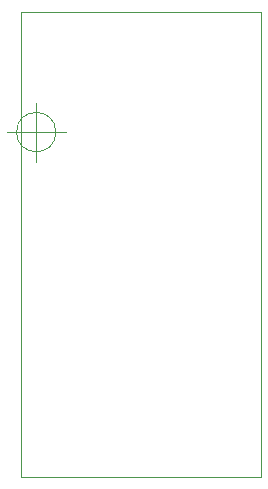
<source format=gbr>
G04 #@! TF.GenerationSoftware,KiCad,Pcbnew,(5.1.2)-1*
G04 #@! TF.CreationDate,2020-02-06T22:00:07-05:00*
G04 #@! TF.ProjectId,23xxxAdapter,32337878-7841-4646-9170-7465722e6b69,rev?*
G04 #@! TF.SameCoordinates,Original*
G04 #@! TF.FileFunction,Profile,NP*
%FSLAX46Y46*%
G04 Gerber Fmt 4.6, Leading zero omitted, Abs format (unit mm)*
G04 Created by KiCad (PCBNEW (5.1.2)-1) date 2020-02-06 22:00:07*
%MOMM*%
%LPD*%
G04 APERTURE LIST*
%ADD10C,0.050000*%
G04 APERTURE END LIST*
D10*
X156606666Y-78740000D02*
G75*
G03X156606666Y-78740000I-1666666J0D01*
G01*
X152440000Y-78740000D02*
X157440000Y-78740000D01*
X154940000Y-76240000D02*
X154940000Y-81240000D01*
X173990000Y-68580000D02*
X173482000Y-68580000D01*
X173990000Y-107950000D02*
X173990000Y-68580000D01*
X153670000Y-107950000D02*
X173990000Y-107950000D01*
X153670000Y-68580000D02*
X153670000Y-107950000D01*
X153670000Y-68580000D02*
X173482000Y-68580000D01*
M02*

</source>
